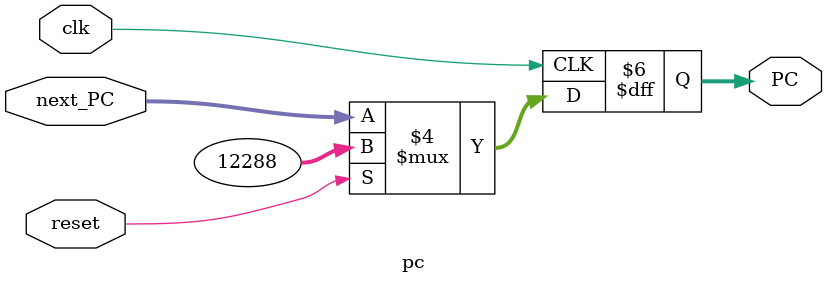
<source format=v>
`timescale 1ns / 1ps

module pc(
    input [31:0] next_PC,
    input clk,
    input reset,
    output reg[31:0] PC
    );
	 
	 initial begin
		PC <= 32'h00003000;
	 end

	always @(posedge clk) begin
		if(reset) begin
			PC <= 32'h00003000;
		end
		else begin
			PC <= next_PC;
		end
	end
	
endmodule

</source>
